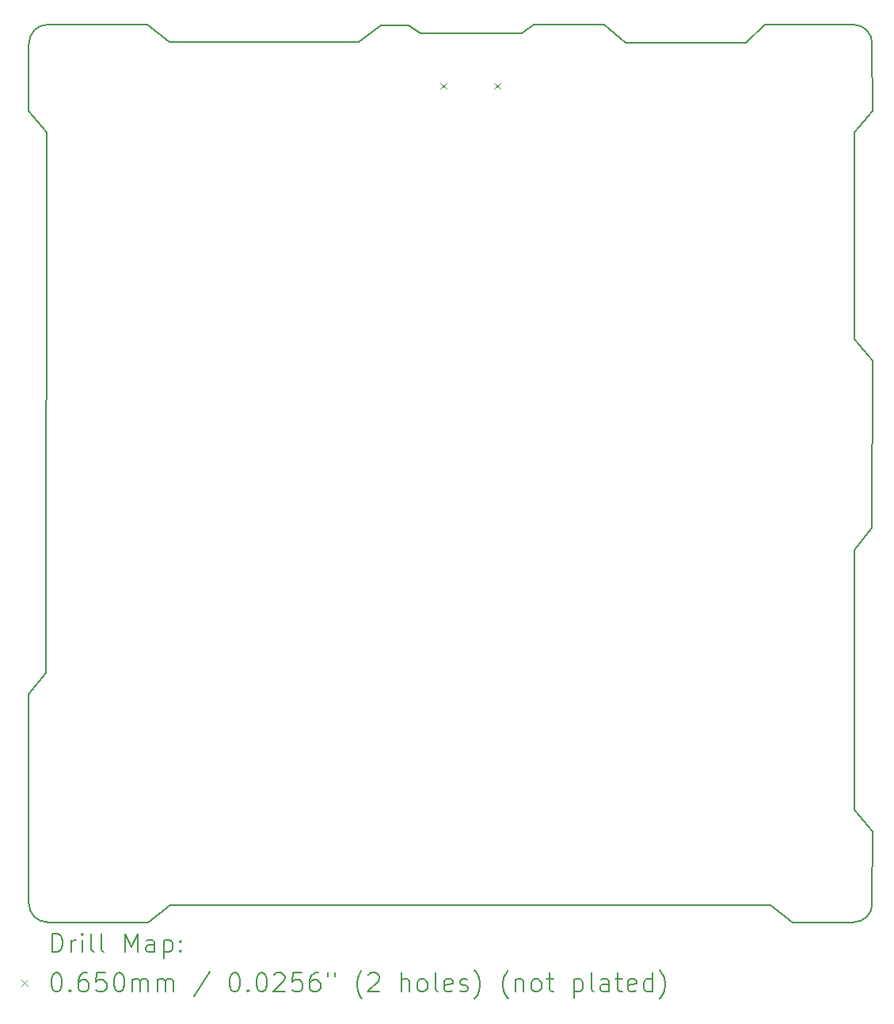
<source format=gbr>
%TF.GenerationSoftware,KiCad,Pcbnew,9.0.1*%
%TF.CreationDate,2025-04-05T16:28:44-07:00*%
%TF.ProjectId,mainboard,6d61696e-626f-4617-9264-2e6b69636164,6.4*%
%TF.SameCoordinates,Original*%
%TF.FileFunction,Drillmap*%
%TF.FilePolarity,Positive*%
%FSLAX45Y45*%
G04 Gerber Fmt 4.5, Leading zero omitted, Abs format (unit mm)*
G04 Created by KiCad (PCBNEW 9.0.1) date 2025-04-05 16:28:44*
%MOMM*%
%LPD*%
G01*
G04 APERTURE LIST*
%ADD10C,0.150000*%
%ADD11C,0.200000*%
%ADD12C,0.100000*%
G04 APERTURE END LIST*
D10*
X9833610Y-5448910D02*
G75*
G02*
X10033610Y-5248910I200000J0D01*
G01*
X10033610Y-14837410D02*
G75*
G02*
X9833610Y-14637410I0J200000D01*
G01*
X18850610Y-14637410D02*
G75*
G02*
X18650610Y-14837410I-200000J0D01*
G01*
X15227610Y-5249910D02*
X15100610Y-5338810D01*
X14021110Y-5338810D02*
X13893110Y-5252720D01*
X11100160Y-5249020D02*
X10033610Y-5248910D01*
X18650610Y-5248910D02*
G75*
G02*
X18850610Y-5448910I0J-200000D01*
G01*
X15983160Y-5249910D02*
X15227610Y-5249910D01*
X9830020Y-12404840D02*
X9833610Y-14637410D01*
X15100610Y-5338810D02*
X14021110Y-5338810D01*
X11343640Y-14650720D02*
X11109960Y-14838680D01*
X18850610Y-5448910D02*
X18851880Y-6167120D01*
X18851880Y-8839200D02*
X18844260Y-10627360D01*
X18851880Y-13868400D02*
X18850610Y-14637410D01*
X18650610Y-14837410D02*
X17998440Y-14837410D01*
X11109960Y-14838680D02*
X10033610Y-14837410D01*
X10017980Y-12171160D02*
X10023000Y-6400800D01*
X17500000Y-5438980D02*
X17700000Y-5248910D01*
X11333840Y-5436980D02*
X13360400Y-5436980D01*
X17762830Y-14650720D02*
X11343640Y-14650720D01*
X9833610Y-5448910D02*
X9833020Y-6167120D01*
X13893110Y-5252720D02*
X13594080Y-5252720D01*
X18656300Y-10861040D02*
X18844260Y-10627360D01*
X16216840Y-5438980D02*
X15983160Y-5249910D01*
X10023000Y-6400800D02*
X9833020Y-6167120D01*
X13360400Y-5436980D02*
X13594080Y-5252720D01*
X18658840Y-13634720D02*
X18851880Y-13868400D01*
X18663920Y-6400800D02*
X18851880Y-6167120D01*
X10017980Y-12171160D02*
X9830020Y-12404840D01*
X11333840Y-5436980D02*
X11100160Y-5249020D01*
X18663920Y-6400800D02*
X18663920Y-8605520D01*
X17762830Y-14650720D02*
X17998440Y-14837410D01*
X18650610Y-5248910D02*
X17700000Y-5248910D01*
X16216840Y-5438980D02*
X17500000Y-5438980D01*
X18656300Y-10861040D02*
X18658840Y-13634720D01*
X18663920Y-8605520D02*
X18851880Y-8839200D01*
D11*
D12*
X14234200Y-5872800D02*
X14299200Y-5937800D01*
X14299200Y-5872800D02*
X14234200Y-5937800D01*
X14811200Y-5872800D02*
X14876200Y-5937800D01*
X14876200Y-5872800D02*
X14811200Y-5937800D01*
D11*
X10083297Y-15157664D02*
X10083297Y-14957664D01*
X10083297Y-14957664D02*
X10130916Y-14957664D01*
X10130916Y-14957664D02*
X10159487Y-14967188D01*
X10159487Y-14967188D02*
X10178535Y-14986235D01*
X10178535Y-14986235D02*
X10188059Y-15005283D01*
X10188059Y-15005283D02*
X10197583Y-15043378D01*
X10197583Y-15043378D02*
X10197583Y-15071949D01*
X10197583Y-15071949D02*
X10188059Y-15110045D01*
X10188059Y-15110045D02*
X10178535Y-15129092D01*
X10178535Y-15129092D02*
X10159487Y-15148140D01*
X10159487Y-15148140D02*
X10130916Y-15157664D01*
X10130916Y-15157664D02*
X10083297Y-15157664D01*
X10283297Y-15157664D02*
X10283297Y-15024330D01*
X10283297Y-15062426D02*
X10292821Y-15043378D01*
X10292821Y-15043378D02*
X10302344Y-15033854D01*
X10302344Y-15033854D02*
X10321392Y-15024330D01*
X10321392Y-15024330D02*
X10340440Y-15024330D01*
X10407106Y-15157664D02*
X10407106Y-15024330D01*
X10407106Y-14957664D02*
X10397583Y-14967188D01*
X10397583Y-14967188D02*
X10407106Y-14976711D01*
X10407106Y-14976711D02*
X10416630Y-14967188D01*
X10416630Y-14967188D02*
X10407106Y-14957664D01*
X10407106Y-14957664D02*
X10407106Y-14976711D01*
X10530916Y-15157664D02*
X10511868Y-15148140D01*
X10511868Y-15148140D02*
X10502344Y-15129092D01*
X10502344Y-15129092D02*
X10502344Y-14957664D01*
X10635678Y-15157664D02*
X10616630Y-15148140D01*
X10616630Y-15148140D02*
X10607106Y-15129092D01*
X10607106Y-15129092D02*
X10607106Y-14957664D01*
X10864249Y-15157664D02*
X10864249Y-14957664D01*
X10864249Y-14957664D02*
X10930916Y-15100521D01*
X10930916Y-15100521D02*
X10997583Y-14957664D01*
X10997583Y-14957664D02*
X10997583Y-15157664D01*
X11178535Y-15157664D02*
X11178535Y-15052902D01*
X11178535Y-15052902D02*
X11169011Y-15033854D01*
X11169011Y-15033854D02*
X11149964Y-15024330D01*
X11149964Y-15024330D02*
X11111868Y-15024330D01*
X11111868Y-15024330D02*
X11092821Y-15033854D01*
X11178535Y-15148140D02*
X11159487Y-15157664D01*
X11159487Y-15157664D02*
X11111868Y-15157664D01*
X11111868Y-15157664D02*
X11092821Y-15148140D01*
X11092821Y-15148140D02*
X11083297Y-15129092D01*
X11083297Y-15129092D02*
X11083297Y-15110045D01*
X11083297Y-15110045D02*
X11092821Y-15090997D01*
X11092821Y-15090997D02*
X11111868Y-15081473D01*
X11111868Y-15081473D02*
X11159487Y-15081473D01*
X11159487Y-15081473D02*
X11178535Y-15071949D01*
X11273773Y-15024330D02*
X11273773Y-15224330D01*
X11273773Y-15033854D02*
X11292821Y-15024330D01*
X11292821Y-15024330D02*
X11330916Y-15024330D01*
X11330916Y-15024330D02*
X11349963Y-15033854D01*
X11349963Y-15033854D02*
X11359487Y-15043378D01*
X11359487Y-15043378D02*
X11369011Y-15062426D01*
X11369011Y-15062426D02*
X11369011Y-15119568D01*
X11369011Y-15119568D02*
X11359487Y-15138616D01*
X11359487Y-15138616D02*
X11349963Y-15148140D01*
X11349963Y-15148140D02*
X11330916Y-15157664D01*
X11330916Y-15157664D02*
X11292821Y-15157664D01*
X11292821Y-15157664D02*
X11273773Y-15148140D01*
X11454725Y-15138616D02*
X11464249Y-15148140D01*
X11464249Y-15148140D02*
X11454725Y-15157664D01*
X11454725Y-15157664D02*
X11445202Y-15148140D01*
X11445202Y-15148140D02*
X11454725Y-15138616D01*
X11454725Y-15138616D02*
X11454725Y-15157664D01*
X11454725Y-15033854D02*
X11464249Y-15043378D01*
X11464249Y-15043378D02*
X11454725Y-15052902D01*
X11454725Y-15052902D02*
X11445202Y-15043378D01*
X11445202Y-15043378D02*
X11454725Y-15033854D01*
X11454725Y-15033854D02*
X11454725Y-15052902D01*
D12*
X9757520Y-15453680D02*
X9822520Y-15518680D01*
X9822520Y-15453680D02*
X9757520Y-15518680D01*
D11*
X10121392Y-15377664D02*
X10140440Y-15377664D01*
X10140440Y-15377664D02*
X10159487Y-15387188D01*
X10159487Y-15387188D02*
X10169011Y-15396711D01*
X10169011Y-15396711D02*
X10178535Y-15415759D01*
X10178535Y-15415759D02*
X10188059Y-15453854D01*
X10188059Y-15453854D02*
X10188059Y-15501473D01*
X10188059Y-15501473D02*
X10178535Y-15539568D01*
X10178535Y-15539568D02*
X10169011Y-15558616D01*
X10169011Y-15558616D02*
X10159487Y-15568140D01*
X10159487Y-15568140D02*
X10140440Y-15577664D01*
X10140440Y-15577664D02*
X10121392Y-15577664D01*
X10121392Y-15577664D02*
X10102344Y-15568140D01*
X10102344Y-15568140D02*
X10092821Y-15558616D01*
X10092821Y-15558616D02*
X10083297Y-15539568D01*
X10083297Y-15539568D02*
X10073773Y-15501473D01*
X10073773Y-15501473D02*
X10073773Y-15453854D01*
X10073773Y-15453854D02*
X10083297Y-15415759D01*
X10083297Y-15415759D02*
X10092821Y-15396711D01*
X10092821Y-15396711D02*
X10102344Y-15387188D01*
X10102344Y-15387188D02*
X10121392Y-15377664D01*
X10273773Y-15558616D02*
X10283297Y-15568140D01*
X10283297Y-15568140D02*
X10273773Y-15577664D01*
X10273773Y-15577664D02*
X10264249Y-15568140D01*
X10264249Y-15568140D02*
X10273773Y-15558616D01*
X10273773Y-15558616D02*
X10273773Y-15577664D01*
X10454725Y-15377664D02*
X10416630Y-15377664D01*
X10416630Y-15377664D02*
X10397583Y-15387188D01*
X10397583Y-15387188D02*
X10388059Y-15396711D01*
X10388059Y-15396711D02*
X10369011Y-15425283D01*
X10369011Y-15425283D02*
X10359487Y-15463378D01*
X10359487Y-15463378D02*
X10359487Y-15539568D01*
X10359487Y-15539568D02*
X10369011Y-15558616D01*
X10369011Y-15558616D02*
X10378535Y-15568140D01*
X10378535Y-15568140D02*
X10397583Y-15577664D01*
X10397583Y-15577664D02*
X10435678Y-15577664D01*
X10435678Y-15577664D02*
X10454725Y-15568140D01*
X10454725Y-15568140D02*
X10464249Y-15558616D01*
X10464249Y-15558616D02*
X10473773Y-15539568D01*
X10473773Y-15539568D02*
X10473773Y-15491949D01*
X10473773Y-15491949D02*
X10464249Y-15472902D01*
X10464249Y-15472902D02*
X10454725Y-15463378D01*
X10454725Y-15463378D02*
X10435678Y-15453854D01*
X10435678Y-15453854D02*
X10397583Y-15453854D01*
X10397583Y-15453854D02*
X10378535Y-15463378D01*
X10378535Y-15463378D02*
X10369011Y-15472902D01*
X10369011Y-15472902D02*
X10359487Y-15491949D01*
X10654725Y-15377664D02*
X10559487Y-15377664D01*
X10559487Y-15377664D02*
X10549964Y-15472902D01*
X10549964Y-15472902D02*
X10559487Y-15463378D01*
X10559487Y-15463378D02*
X10578535Y-15453854D01*
X10578535Y-15453854D02*
X10626154Y-15453854D01*
X10626154Y-15453854D02*
X10645202Y-15463378D01*
X10645202Y-15463378D02*
X10654725Y-15472902D01*
X10654725Y-15472902D02*
X10664249Y-15491949D01*
X10664249Y-15491949D02*
X10664249Y-15539568D01*
X10664249Y-15539568D02*
X10654725Y-15558616D01*
X10654725Y-15558616D02*
X10645202Y-15568140D01*
X10645202Y-15568140D02*
X10626154Y-15577664D01*
X10626154Y-15577664D02*
X10578535Y-15577664D01*
X10578535Y-15577664D02*
X10559487Y-15568140D01*
X10559487Y-15568140D02*
X10549964Y-15558616D01*
X10788059Y-15377664D02*
X10807106Y-15377664D01*
X10807106Y-15377664D02*
X10826154Y-15387188D01*
X10826154Y-15387188D02*
X10835678Y-15396711D01*
X10835678Y-15396711D02*
X10845202Y-15415759D01*
X10845202Y-15415759D02*
X10854725Y-15453854D01*
X10854725Y-15453854D02*
X10854725Y-15501473D01*
X10854725Y-15501473D02*
X10845202Y-15539568D01*
X10845202Y-15539568D02*
X10835678Y-15558616D01*
X10835678Y-15558616D02*
X10826154Y-15568140D01*
X10826154Y-15568140D02*
X10807106Y-15577664D01*
X10807106Y-15577664D02*
X10788059Y-15577664D01*
X10788059Y-15577664D02*
X10769011Y-15568140D01*
X10769011Y-15568140D02*
X10759487Y-15558616D01*
X10759487Y-15558616D02*
X10749964Y-15539568D01*
X10749964Y-15539568D02*
X10740440Y-15501473D01*
X10740440Y-15501473D02*
X10740440Y-15453854D01*
X10740440Y-15453854D02*
X10749964Y-15415759D01*
X10749964Y-15415759D02*
X10759487Y-15396711D01*
X10759487Y-15396711D02*
X10769011Y-15387188D01*
X10769011Y-15387188D02*
X10788059Y-15377664D01*
X10940440Y-15577664D02*
X10940440Y-15444330D01*
X10940440Y-15463378D02*
X10949964Y-15453854D01*
X10949964Y-15453854D02*
X10969011Y-15444330D01*
X10969011Y-15444330D02*
X10997583Y-15444330D01*
X10997583Y-15444330D02*
X11016630Y-15453854D01*
X11016630Y-15453854D02*
X11026154Y-15472902D01*
X11026154Y-15472902D02*
X11026154Y-15577664D01*
X11026154Y-15472902D02*
X11035678Y-15453854D01*
X11035678Y-15453854D02*
X11054725Y-15444330D01*
X11054725Y-15444330D02*
X11083297Y-15444330D01*
X11083297Y-15444330D02*
X11102345Y-15453854D01*
X11102345Y-15453854D02*
X11111868Y-15472902D01*
X11111868Y-15472902D02*
X11111868Y-15577664D01*
X11207106Y-15577664D02*
X11207106Y-15444330D01*
X11207106Y-15463378D02*
X11216630Y-15453854D01*
X11216630Y-15453854D02*
X11235678Y-15444330D01*
X11235678Y-15444330D02*
X11264249Y-15444330D01*
X11264249Y-15444330D02*
X11283297Y-15453854D01*
X11283297Y-15453854D02*
X11292821Y-15472902D01*
X11292821Y-15472902D02*
X11292821Y-15577664D01*
X11292821Y-15472902D02*
X11302344Y-15453854D01*
X11302344Y-15453854D02*
X11321392Y-15444330D01*
X11321392Y-15444330D02*
X11349963Y-15444330D01*
X11349963Y-15444330D02*
X11369011Y-15453854D01*
X11369011Y-15453854D02*
X11378535Y-15472902D01*
X11378535Y-15472902D02*
X11378535Y-15577664D01*
X11769011Y-15368140D02*
X11597583Y-15625283D01*
X12026154Y-15377664D02*
X12045202Y-15377664D01*
X12045202Y-15377664D02*
X12064249Y-15387188D01*
X12064249Y-15387188D02*
X12073773Y-15396711D01*
X12073773Y-15396711D02*
X12083297Y-15415759D01*
X12083297Y-15415759D02*
X12092821Y-15453854D01*
X12092821Y-15453854D02*
X12092821Y-15501473D01*
X12092821Y-15501473D02*
X12083297Y-15539568D01*
X12083297Y-15539568D02*
X12073773Y-15558616D01*
X12073773Y-15558616D02*
X12064249Y-15568140D01*
X12064249Y-15568140D02*
X12045202Y-15577664D01*
X12045202Y-15577664D02*
X12026154Y-15577664D01*
X12026154Y-15577664D02*
X12007106Y-15568140D01*
X12007106Y-15568140D02*
X11997583Y-15558616D01*
X11997583Y-15558616D02*
X11988059Y-15539568D01*
X11988059Y-15539568D02*
X11978535Y-15501473D01*
X11978535Y-15501473D02*
X11978535Y-15453854D01*
X11978535Y-15453854D02*
X11988059Y-15415759D01*
X11988059Y-15415759D02*
X11997583Y-15396711D01*
X11997583Y-15396711D02*
X12007106Y-15387188D01*
X12007106Y-15387188D02*
X12026154Y-15377664D01*
X12178535Y-15558616D02*
X12188059Y-15568140D01*
X12188059Y-15568140D02*
X12178535Y-15577664D01*
X12178535Y-15577664D02*
X12169011Y-15568140D01*
X12169011Y-15568140D02*
X12178535Y-15558616D01*
X12178535Y-15558616D02*
X12178535Y-15577664D01*
X12311868Y-15377664D02*
X12330916Y-15377664D01*
X12330916Y-15377664D02*
X12349964Y-15387188D01*
X12349964Y-15387188D02*
X12359487Y-15396711D01*
X12359487Y-15396711D02*
X12369011Y-15415759D01*
X12369011Y-15415759D02*
X12378535Y-15453854D01*
X12378535Y-15453854D02*
X12378535Y-15501473D01*
X12378535Y-15501473D02*
X12369011Y-15539568D01*
X12369011Y-15539568D02*
X12359487Y-15558616D01*
X12359487Y-15558616D02*
X12349964Y-15568140D01*
X12349964Y-15568140D02*
X12330916Y-15577664D01*
X12330916Y-15577664D02*
X12311868Y-15577664D01*
X12311868Y-15577664D02*
X12292821Y-15568140D01*
X12292821Y-15568140D02*
X12283297Y-15558616D01*
X12283297Y-15558616D02*
X12273773Y-15539568D01*
X12273773Y-15539568D02*
X12264249Y-15501473D01*
X12264249Y-15501473D02*
X12264249Y-15453854D01*
X12264249Y-15453854D02*
X12273773Y-15415759D01*
X12273773Y-15415759D02*
X12283297Y-15396711D01*
X12283297Y-15396711D02*
X12292821Y-15387188D01*
X12292821Y-15387188D02*
X12311868Y-15377664D01*
X12454726Y-15396711D02*
X12464249Y-15387188D01*
X12464249Y-15387188D02*
X12483297Y-15377664D01*
X12483297Y-15377664D02*
X12530916Y-15377664D01*
X12530916Y-15377664D02*
X12549964Y-15387188D01*
X12549964Y-15387188D02*
X12559487Y-15396711D01*
X12559487Y-15396711D02*
X12569011Y-15415759D01*
X12569011Y-15415759D02*
X12569011Y-15434807D01*
X12569011Y-15434807D02*
X12559487Y-15463378D01*
X12559487Y-15463378D02*
X12445202Y-15577664D01*
X12445202Y-15577664D02*
X12569011Y-15577664D01*
X12749964Y-15377664D02*
X12654726Y-15377664D01*
X12654726Y-15377664D02*
X12645202Y-15472902D01*
X12645202Y-15472902D02*
X12654726Y-15463378D01*
X12654726Y-15463378D02*
X12673773Y-15453854D01*
X12673773Y-15453854D02*
X12721392Y-15453854D01*
X12721392Y-15453854D02*
X12740440Y-15463378D01*
X12740440Y-15463378D02*
X12749964Y-15472902D01*
X12749964Y-15472902D02*
X12759487Y-15491949D01*
X12759487Y-15491949D02*
X12759487Y-15539568D01*
X12759487Y-15539568D02*
X12749964Y-15558616D01*
X12749964Y-15558616D02*
X12740440Y-15568140D01*
X12740440Y-15568140D02*
X12721392Y-15577664D01*
X12721392Y-15577664D02*
X12673773Y-15577664D01*
X12673773Y-15577664D02*
X12654726Y-15568140D01*
X12654726Y-15568140D02*
X12645202Y-15558616D01*
X12930916Y-15377664D02*
X12892821Y-15377664D01*
X12892821Y-15377664D02*
X12873773Y-15387188D01*
X12873773Y-15387188D02*
X12864249Y-15396711D01*
X12864249Y-15396711D02*
X12845202Y-15425283D01*
X12845202Y-15425283D02*
X12835678Y-15463378D01*
X12835678Y-15463378D02*
X12835678Y-15539568D01*
X12835678Y-15539568D02*
X12845202Y-15558616D01*
X12845202Y-15558616D02*
X12854726Y-15568140D01*
X12854726Y-15568140D02*
X12873773Y-15577664D01*
X12873773Y-15577664D02*
X12911868Y-15577664D01*
X12911868Y-15577664D02*
X12930916Y-15568140D01*
X12930916Y-15568140D02*
X12940440Y-15558616D01*
X12940440Y-15558616D02*
X12949964Y-15539568D01*
X12949964Y-15539568D02*
X12949964Y-15491949D01*
X12949964Y-15491949D02*
X12940440Y-15472902D01*
X12940440Y-15472902D02*
X12930916Y-15463378D01*
X12930916Y-15463378D02*
X12911868Y-15453854D01*
X12911868Y-15453854D02*
X12873773Y-15453854D01*
X12873773Y-15453854D02*
X12854726Y-15463378D01*
X12854726Y-15463378D02*
X12845202Y-15472902D01*
X12845202Y-15472902D02*
X12835678Y-15491949D01*
X13026154Y-15377664D02*
X13026154Y-15415759D01*
X13102345Y-15377664D02*
X13102345Y-15415759D01*
X13397583Y-15653854D02*
X13388059Y-15644330D01*
X13388059Y-15644330D02*
X13369011Y-15615759D01*
X13369011Y-15615759D02*
X13359488Y-15596711D01*
X13359488Y-15596711D02*
X13349964Y-15568140D01*
X13349964Y-15568140D02*
X13340440Y-15520521D01*
X13340440Y-15520521D02*
X13340440Y-15482426D01*
X13340440Y-15482426D02*
X13349964Y-15434807D01*
X13349964Y-15434807D02*
X13359488Y-15406235D01*
X13359488Y-15406235D02*
X13369011Y-15387188D01*
X13369011Y-15387188D02*
X13388059Y-15358616D01*
X13388059Y-15358616D02*
X13397583Y-15349092D01*
X13464249Y-15396711D02*
X13473773Y-15387188D01*
X13473773Y-15387188D02*
X13492821Y-15377664D01*
X13492821Y-15377664D02*
X13540440Y-15377664D01*
X13540440Y-15377664D02*
X13559488Y-15387188D01*
X13559488Y-15387188D02*
X13569011Y-15396711D01*
X13569011Y-15396711D02*
X13578535Y-15415759D01*
X13578535Y-15415759D02*
X13578535Y-15434807D01*
X13578535Y-15434807D02*
X13569011Y-15463378D01*
X13569011Y-15463378D02*
X13454726Y-15577664D01*
X13454726Y-15577664D02*
X13578535Y-15577664D01*
X13816630Y-15577664D02*
X13816630Y-15377664D01*
X13902345Y-15577664D02*
X13902345Y-15472902D01*
X13902345Y-15472902D02*
X13892821Y-15453854D01*
X13892821Y-15453854D02*
X13873773Y-15444330D01*
X13873773Y-15444330D02*
X13845202Y-15444330D01*
X13845202Y-15444330D02*
X13826154Y-15453854D01*
X13826154Y-15453854D02*
X13816630Y-15463378D01*
X14026154Y-15577664D02*
X14007107Y-15568140D01*
X14007107Y-15568140D02*
X13997583Y-15558616D01*
X13997583Y-15558616D02*
X13988059Y-15539568D01*
X13988059Y-15539568D02*
X13988059Y-15482426D01*
X13988059Y-15482426D02*
X13997583Y-15463378D01*
X13997583Y-15463378D02*
X14007107Y-15453854D01*
X14007107Y-15453854D02*
X14026154Y-15444330D01*
X14026154Y-15444330D02*
X14054726Y-15444330D01*
X14054726Y-15444330D02*
X14073773Y-15453854D01*
X14073773Y-15453854D02*
X14083297Y-15463378D01*
X14083297Y-15463378D02*
X14092821Y-15482426D01*
X14092821Y-15482426D02*
X14092821Y-15539568D01*
X14092821Y-15539568D02*
X14083297Y-15558616D01*
X14083297Y-15558616D02*
X14073773Y-15568140D01*
X14073773Y-15568140D02*
X14054726Y-15577664D01*
X14054726Y-15577664D02*
X14026154Y-15577664D01*
X14207107Y-15577664D02*
X14188059Y-15568140D01*
X14188059Y-15568140D02*
X14178535Y-15549092D01*
X14178535Y-15549092D02*
X14178535Y-15377664D01*
X14359488Y-15568140D02*
X14340440Y-15577664D01*
X14340440Y-15577664D02*
X14302345Y-15577664D01*
X14302345Y-15577664D02*
X14283297Y-15568140D01*
X14283297Y-15568140D02*
X14273773Y-15549092D01*
X14273773Y-15549092D02*
X14273773Y-15472902D01*
X14273773Y-15472902D02*
X14283297Y-15453854D01*
X14283297Y-15453854D02*
X14302345Y-15444330D01*
X14302345Y-15444330D02*
X14340440Y-15444330D01*
X14340440Y-15444330D02*
X14359488Y-15453854D01*
X14359488Y-15453854D02*
X14369011Y-15472902D01*
X14369011Y-15472902D02*
X14369011Y-15491949D01*
X14369011Y-15491949D02*
X14273773Y-15510997D01*
X14445202Y-15568140D02*
X14464250Y-15577664D01*
X14464250Y-15577664D02*
X14502345Y-15577664D01*
X14502345Y-15577664D02*
X14521392Y-15568140D01*
X14521392Y-15568140D02*
X14530916Y-15549092D01*
X14530916Y-15549092D02*
X14530916Y-15539568D01*
X14530916Y-15539568D02*
X14521392Y-15520521D01*
X14521392Y-15520521D02*
X14502345Y-15510997D01*
X14502345Y-15510997D02*
X14473773Y-15510997D01*
X14473773Y-15510997D02*
X14454726Y-15501473D01*
X14454726Y-15501473D02*
X14445202Y-15482426D01*
X14445202Y-15482426D02*
X14445202Y-15472902D01*
X14445202Y-15472902D02*
X14454726Y-15453854D01*
X14454726Y-15453854D02*
X14473773Y-15444330D01*
X14473773Y-15444330D02*
X14502345Y-15444330D01*
X14502345Y-15444330D02*
X14521392Y-15453854D01*
X14597583Y-15653854D02*
X14607107Y-15644330D01*
X14607107Y-15644330D02*
X14626154Y-15615759D01*
X14626154Y-15615759D02*
X14635678Y-15596711D01*
X14635678Y-15596711D02*
X14645202Y-15568140D01*
X14645202Y-15568140D02*
X14654726Y-15520521D01*
X14654726Y-15520521D02*
X14654726Y-15482426D01*
X14654726Y-15482426D02*
X14645202Y-15434807D01*
X14645202Y-15434807D02*
X14635678Y-15406235D01*
X14635678Y-15406235D02*
X14626154Y-15387188D01*
X14626154Y-15387188D02*
X14607107Y-15358616D01*
X14607107Y-15358616D02*
X14597583Y-15349092D01*
X14959488Y-15653854D02*
X14949964Y-15644330D01*
X14949964Y-15644330D02*
X14930916Y-15615759D01*
X14930916Y-15615759D02*
X14921392Y-15596711D01*
X14921392Y-15596711D02*
X14911869Y-15568140D01*
X14911869Y-15568140D02*
X14902345Y-15520521D01*
X14902345Y-15520521D02*
X14902345Y-15482426D01*
X14902345Y-15482426D02*
X14911869Y-15434807D01*
X14911869Y-15434807D02*
X14921392Y-15406235D01*
X14921392Y-15406235D02*
X14930916Y-15387188D01*
X14930916Y-15387188D02*
X14949964Y-15358616D01*
X14949964Y-15358616D02*
X14959488Y-15349092D01*
X15035678Y-15444330D02*
X15035678Y-15577664D01*
X15035678Y-15463378D02*
X15045202Y-15453854D01*
X15045202Y-15453854D02*
X15064250Y-15444330D01*
X15064250Y-15444330D02*
X15092821Y-15444330D01*
X15092821Y-15444330D02*
X15111869Y-15453854D01*
X15111869Y-15453854D02*
X15121392Y-15472902D01*
X15121392Y-15472902D02*
X15121392Y-15577664D01*
X15245202Y-15577664D02*
X15226154Y-15568140D01*
X15226154Y-15568140D02*
X15216631Y-15558616D01*
X15216631Y-15558616D02*
X15207107Y-15539568D01*
X15207107Y-15539568D02*
X15207107Y-15482426D01*
X15207107Y-15482426D02*
X15216631Y-15463378D01*
X15216631Y-15463378D02*
X15226154Y-15453854D01*
X15226154Y-15453854D02*
X15245202Y-15444330D01*
X15245202Y-15444330D02*
X15273773Y-15444330D01*
X15273773Y-15444330D02*
X15292821Y-15453854D01*
X15292821Y-15453854D02*
X15302345Y-15463378D01*
X15302345Y-15463378D02*
X15311869Y-15482426D01*
X15311869Y-15482426D02*
X15311869Y-15539568D01*
X15311869Y-15539568D02*
X15302345Y-15558616D01*
X15302345Y-15558616D02*
X15292821Y-15568140D01*
X15292821Y-15568140D02*
X15273773Y-15577664D01*
X15273773Y-15577664D02*
X15245202Y-15577664D01*
X15369012Y-15444330D02*
X15445202Y-15444330D01*
X15397583Y-15377664D02*
X15397583Y-15549092D01*
X15397583Y-15549092D02*
X15407107Y-15568140D01*
X15407107Y-15568140D02*
X15426154Y-15577664D01*
X15426154Y-15577664D02*
X15445202Y-15577664D01*
X15664250Y-15444330D02*
X15664250Y-15644330D01*
X15664250Y-15453854D02*
X15683297Y-15444330D01*
X15683297Y-15444330D02*
X15721393Y-15444330D01*
X15721393Y-15444330D02*
X15740440Y-15453854D01*
X15740440Y-15453854D02*
X15749964Y-15463378D01*
X15749964Y-15463378D02*
X15759488Y-15482426D01*
X15759488Y-15482426D02*
X15759488Y-15539568D01*
X15759488Y-15539568D02*
X15749964Y-15558616D01*
X15749964Y-15558616D02*
X15740440Y-15568140D01*
X15740440Y-15568140D02*
X15721393Y-15577664D01*
X15721393Y-15577664D02*
X15683297Y-15577664D01*
X15683297Y-15577664D02*
X15664250Y-15568140D01*
X15873773Y-15577664D02*
X15854726Y-15568140D01*
X15854726Y-15568140D02*
X15845202Y-15549092D01*
X15845202Y-15549092D02*
X15845202Y-15377664D01*
X16035678Y-15577664D02*
X16035678Y-15472902D01*
X16035678Y-15472902D02*
X16026154Y-15453854D01*
X16026154Y-15453854D02*
X16007107Y-15444330D01*
X16007107Y-15444330D02*
X15969012Y-15444330D01*
X15969012Y-15444330D02*
X15949964Y-15453854D01*
X16035678Y-15568140D02*
X16016631Y-15577664D01*
X16016631Y-15577664D02*
X15969012Y-15577664D01*
X15969012Y-15577664D02*
X15949964Y-15568140D01*
X15949964Y-15568140D02*
X15940440Y-15549092D01*
X15940440Y-15549092D02*
X15940440Y-15530045D01*
X15940440Y-15530045D02*
X15949964Y-15510997D01*
X15949964Y-15510997D02*
X15969012Y-15501473D01*
X15969012Y-15501473D02*
X16016631Y-15501473D01*
X16016631Y-15501473D02*
X16035678Y-15491949D01*
X16102345Y-15444330D02*
X16178535Y-15444330D01*
X16130916Y-15377664D02*
X16130916Y-15549092D01*
X16130916Y-15549092D02*
X16140440Y-15568140D01*
X16140440Y-15568140D02*
X16159488Y-15577664D01*
X16159488Y-15577664D02*
X16178535Y-15577664D01*
X16321393Y-15568140D02*
X16302345Y-15577664D01*
X16302345Y-15577664D02*
X16264250Y-15577664D01*
X16264250Y-15577664D02*
X16245202Y-15568140D01*
X16245202Y-15568140D02*
X16235678Y-15549092D01*
X16235678Y-15549092D02*
X16235678Y-15472902D01*
X16235678Y-15472902D02*
X16245202Y-15453854D01*
X16245202Y-15453854D02*
X16264250Y-15444330D01*
X16264250Y-15444330D02*
X16302345Y-15444330D01*
X16302345Y-15444330D02*
X16321393Y-15453854D01*
X16321393Y-15453854D02*
X16330916Y-15472902D01*
X16330916Y-15472902D02*
X16330916Y-15491949D01*
X16330916Y-15491949D02*
X16235678Y-15510997D01*
X16502345Y-15577664D02*
X16502345Y-15377664D01*
X16502345Y-15568140D02*
X16483297Y-15577664D01*
X16483297Y-15577664D02*
X16445202Y-15577664D01*
X16445202Y-15577664D02*
X16426154Y-15568140D01*
X16426154Y-15568140D02*
X16416631Y-15558616D01*
X16416631Y-15558616D02*
X16407107Y-15539568D01*
X16407107Y-15539568D02*
X16407107Y-15482426D01*
X16407107Y-15482426D02*
X16416631Y-15463378D01*
X16416631Y-15463378D02*
X16426154Y-15453854D01*
X16426154Y-15453854D02*
X16445202Y-15444330D01*
X16445202Y-15444330D02*
X16483297Y-15444330D01*
X16483297Y-15444330D02*
X16502345Y-15453854D01*
X16578535Y-15653854D02*
X16588059Y-15644330D01*
X16588059Y-15644330D02*
X16607107Y-15615759D01*
X16607107Y-15615759D02*
X16616631Y-15596711D01*
X16616631Y-15596711D02*
X16626154Y-15568140D01*
X16626154Y-15568140D02*
X16635678Y-15520521D01*
X16635678Y-15520521D02*
X16635678Y-15482426D01*
X16635678Y-15482426D02*
X16626154Y-15434807D01*
X16626154Y-15434807D02*
X16616631Y-15406235D01*
X16616631Y-15406235D02*
X16607107Y-15387188D01*
X16607107Y-15387188D02*
X16588059Y-15358616D01*
X16588059Y-15358616D02*
X16578535Y-15349092D01*
M02*

</source>
